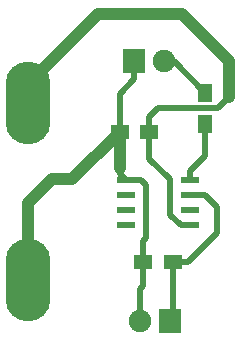
<source format=gbr>
G04 #@! TF.GenerationSoftware,KiCad,Pcbnew,5.0.2*
G04 #@! TF.CreationDate,2019-11-03T11:13:19+01:00*
G04 #@! TF.ProjectId,Tiny13-Nachtlicht,54696e79-3133-42d4-9e61-6368746c6963,rev?*
G04 #@! TF.SameCoordinates,Original*
G04 #@! TF.FileFunction,Copper,L2,Bot*
G04 #@! TF.FilePolarity,Positive*
%FSLAX46Y46*%
G04 Gerber Fmt 4.6, Leading zero omitted, Abs format (unit mm)*
G04 Created by KiCad (PCBNEW 5.0.2) date Sun Nov  3 11:13:19 2019*
%MOMM*%
%LPD*%
G01*
G04 APERTURE LIST*
G04 #@! TA.AperFunction,SMDPad,CuDef*
%ADD10R,1.500000X1.250000*%
G04 #@! TD*
G04 #@! TA.AperFunction,ComponentPad*
%ADD11R,1.900000X2.000000*%
G04 #@! TD*
G04 #@! TA.AperFunction,ComponentPad*
%ADD12C,1.900000*%
G04 #@! TD*
G04 #@! TA.AperFunction,SMDPad,CuDef*
%ADD13R,1.300000X1.500000*%
G04 #@! TD*
G04 #@! TA.AperFunction,SMDPad,CuDef*
%ADD14R,1.550000X0.600000*%
G04 #@! TD*
G04 #@! TA.AperFunction,ComponentPad*
%ADD15O,3.800000X7.000000*%
G04 #@! TD*
G04 #@! TA.AperFunction,Conductor*
%ADD16C,0.500000*%
G04 #@! TD*
G04 #@! TA.AperFunction,Conductor*
%ADD17C,1.000000*%
G04 #@! TD*
G04 APERTURE END LIST*
D10*
G04 #@! TO.P,C1,1*
G04 #@! TO.N,/Vcc*
X143250000Y-98000000D03*
G04 #@! TO.P,C1,2*
G04 #@! TO.N,GND*
X140750000Y-98000000D03*
G04 #@! TD*
G04 #@! TO.P,C2,2*
G04 #@! TO.N,GND*
X142750000Y-109000000D03*
G04 #@! TO.P,C2,1*
G04 #@! TO.N,Net-(C2-Pad1)*
X145250000Y-109000000D03*
G04 #@! TD*
D11*
G04 #@! TO.P,D1,1*
G04 #@! TO.N,Net-(C2-Pad1)*
X145000000Y-114000000D03*
D12*
G04 #@! TO.P,D1,2*
G04 #@! TO.N,GND*
X142460000Y-114000000D03*
G04 #@! TD*
G04 #@! TO.P,D2,2*
G04 #@! TO.N,Net-(D2-Pad2)*
X144540000Y-92000000D03*
D11*
G04 #@! TO.P,D2,1*
G04 #@! TO.N,GND*
X142000000Y-92000000D03*
G04 #@! TD*
D13*
G04 #@! TO.P,R1,1*
G04 #@! TO.N,Net-(D2-Pad2)*
X148000000Y-94650000D03*
G04 #@! TO.P,R1,2*
G04 #@! TO.N,Net-(R1-Pad2)*
X148000000Y-97350000D03*
G04 #@! TD*
D14*
G04 #@! TO.P,U3,1*
G04 #@! TO.N,Net-(U3-Pad1)*
X141300000Y-105905000D03*
G04 #@! TO.P,U3,2*
G04 #@! TO.N,Net-(U3-Pad2)*
X141300000Y-104635000D03*
G04 #@! TO.P,U3,3*
G04 #@! TO.N,Net-(U3-Pad3)*
X141300000Y-103365000D03*
G04 #@! TO.P,U3,4*
G04 #@! TO.N,GND*
X141300000Y-102095000D03*
G04 #@! TO.P,U3,5*
G04 #@! TO.N,Net-(R1-Pad2)*
X146700000Y-102095000D03*
G04 #@! TO.P,U3,6*
G04 #@! TO.N,Net-(C2-Pad1)*
X146700000Y-103365000D03*
G04 #@! TO.P,U3,7*
G04 #@! TO.N,Net-(U3-Pad7)*
X146700000Y-104635000D03*
G04 #@! TO.P,U3,8*
G04 #@! TO.N,/Vcc*
X146700000Y-105905000D03*
G04 #@! TD*
D15*
G04 #@! TO.P,B1,-*
G04 #@! TO.N,GND*
X133000000Y-110500000D03*
G04 #@! TO.P,B1,+*
G04 #@! TO.N,/Vcc*
X133000000Y-95500000D03*
G04 #@! TD*
D16*
G04 #@! TO.N,GND*
X142000000Y-92000000D02*
X142000000Y-93500000D01*
X142000000Y-93500000D02*
X140750000Y-94750000D01*
X140750000Y-101545000D02*
X141300000Y-102095000D01*
X142460000Y-111290000D02*
X142750000Y-111000000D01*
X142750000Y-111000000D02*
X142750000Y-109000000D01*
X142460000Y-111290000D02*
X142460000Y-114000000D01*
X142750000Y-109000000D02*
X142750000Y-107250000D01*
X142750000Y-107250000D02*
X143000000Y-107000000D01*
X142575000Y-102095000D02*
X141300000Y-102095000D01*
X143000000Y-102520000D02*
X142575000Y-102095000D01*
X143000000Y-107000000D02*
X143000000Y-102520000D01*
X140750000Y-101000000D02*
X140750000Y-101545000D01*
X140750000Y-99000000D02*
X140750000Y-101000000D01*
X140750000Y-98000000D02*
X140750000Y-99000000D01*
D17*
X140750000Y-98000000D02*
X140750000Y-101000000D01*
D16*
X140750000Y-94750000D02*
X140750000Y-98000000D01*
G04 #@! TO.N,Net-(C2-Pad1)*
X145250000Y-113750000D02*
X145000000Y-114000000D01*
X145250000Y-109000000D02*
X145250000Y-113750000D01*
X148949989Y-104339989D02*
X148949989Y-106550011D01*
X146700000Y-103365000D02*
X147975000Y-103365000D01*
X147975000Y-103365000D02*
X148949989Y-104339989D01*
X148949989Y-106550011D02*
X146500000Y-109000000D01*
X146500000Y-109000000D02*
X145250000Y-109000000D01*
G04 #@! TO.N,Net-(D2-Pad2)*
X145350000Y-92000000D02*
X148000000Y-94650000D01*
X144540000Y-92000000D02*
X145350000Y-92000000D01*
G04 #@! TO.N,Net-(R1-Pad2)*
X148000000Y-99995000D02*
X148000000Y-97350000D01*
X146700000Y-101295000D02*
X148000000Y-99995000D01*
X146700000Y-102095000D02*
X146700000Y-101295000D01*
G04 #@! TO.N,/Vcc*
X144000000Y-96000000D02*
X143250000Y-96750000D01*
X149040002Y-96000000D02*
X144000000Y-96000000D01*
X143250000Y-96750000D02*
X143250000Y-98000000D01*
X145000000Y-105000000D02*
X145905000Y-105905000D01*
X145000000Y-102000000D02*
X145000000Y-105000000D01*
X143250000Y-100250000D02*
X145000000Y-102000000D01*
X145905000Y-105905000D02*
X146700000Y-105905000D01*
X143250000Y-98000000D02*
X143250000Y-100250000D01*
D17*
G04 #@! TO.N,GND*
X133000000Y-110500000D02*
X133000000Y-112000000D01*
X135000000Y-102000000D02*
X136750000Y-102000000D01*
X136750000Y-102000000D02*
X140750000Y-98000000D01*
X133000000Y-104000000D02*
X135000000Y-102000000D01*
X133000000Y-110500000D02*
X133000000Y-104000000D01*
G04 #@! TO.N,/Vcc*
X133000000Y-93900000D02*
X138900000Y-88000000D01*
X133000000Y-95500000D02*
X133000000Y-93900000D01*
X138900000Y-88000000D02*
X146000000Y-88000000D01*
X146000000Y-88000000D02*
X150000000Y-92000000D01*
X150000000Y-92000000D02*
X150000000Y-95000000D01*
D16*
X149040002Y-95959998D02*
X150000000Y-95000000D01*
G04 #@! TD*
M02*

</source>
